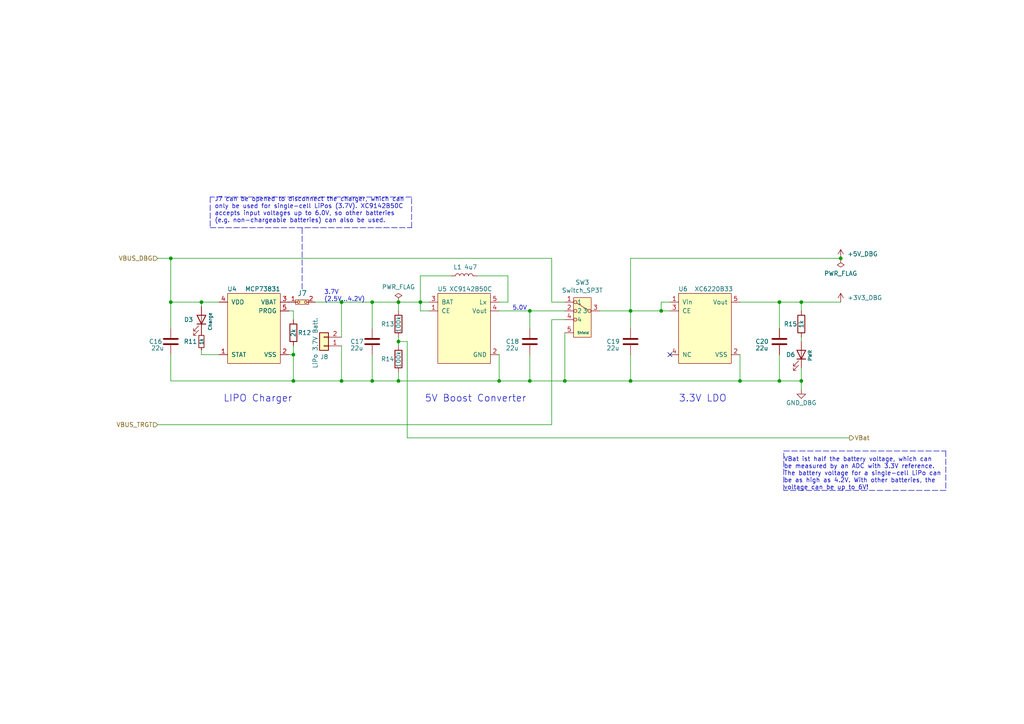
<source format=kicad_sch>
(kicad_sch (version 20231120) (generator "eeschema") (generator_version "8.0")
  (paper "A4")
  (lib_symbols
    (symbol "Connector_Generic:Conn_01x02" (pin_names (offset 1.016) hide)
      (property "Reference" "J" (at 0 2.54 0))
      (property "Value" "Conn_01x02" (at 0 -5.08 0))
      (symbol "Conn_01x02_1_1"
        (rectangle (start -1.27 -2.413) (end 0 -2.667) (stroke (width 0.1524)))
        (rectangle (start -1.27 0.127) (end 0 -0.127) (stroke (width 0.1524)))
        (rectangle (start -1.27 1.27) (end 1.27 -3.81) (stroke (width 0.254)) (fill (type background)))
        (pin passive line (at -5.08 0 0) (length 3.81) (name "Pin_1") (number "1"))
        (pin passive line (at -5.08 -2.54 0) (length 3.81) (name "Pin_2") (number "2"))
      )
    )
    (symbol "Device:C" (pin_numbers hide) (pin_names (offset 0.254))
      (property "Reference" "C" (at 0.635 2.54 0))
      (property "Value" "C" (at 0.635 -2.54 0))
      (symbol "C_0_1"
        (polyline (pts (xy -2.032 -0.762) (xy 2.032 -0.762)) (stroke (width 0.508)))
        (polyline (pts (xy -2.032 0.762) (xy 2.032 0.762)) (stroke (width 0.508)))
      )
      (symbol "C_1_1"
        (pin passive line (at 0 3.81 270) (length 2.794) (name "~") (number "1"))
        (pin passive line (at 0 -3.81 90) (length 2.794) (name "~") (number "2"))
      )
    )
    (symbol "Device:L" (pin_numbers hide) (pin_names (offset 1.016) hide)
      (property "Reference" "L" (at -1.27 0 90))
      (property "Value" "L" (at 1.905 0 90))
      (symbol "L_0_1"
        (arc (start 0 -2.54) (mid 0.6323 -1.905) (end 0 -1.27))
        (arc (start 0 -1.27) (mid 0.6323 -0.635) (end 0 0))
        (arc (start 0 0) (mid 0.6323 0.635) (end 0 1.27))
        (arc (start 0 1.27) (mid 0.6323 1.905) (end 0 2.54))
      )
      (symbol "L_1_1"
        (pin passive line (at 0 3.81 270) (length 1.27) (name "1") (number "1"))
        (pin passive line (at 0 -3.81 90) (length 1.27) (name "2") (number "2"))
      )
    )
    (symbol "Device:LED" (pin_numbers hide) (pin_names (offset 1.016) hide)
      (property "Reference" "D" (at 0 2.54 0))
      (property "Value" "LED" (at 0 -2.54 0))
      (symbol "LED_0_1"
        (polyline (pts (xy -1.27 -1.27) (xy -1.27 1.27)) (stroke (width 0.254)))
        (polyline (pts (xy -1.27 0) (xy 1.27 0)))
        (polyline (pts (xy 1.27 -1.27) (xy 1.27 1.27) (xy -1.27 0) (xy 1.27 -1.27)) (stroke (width 0.254)))
        (polyline (pts (xy -3.048 -0.762) (xy -4.572 -2.286) (xy -3.81 -2.286) (xy -4.572 -2.286) (xy -4.572 -1.524)))
        (polyline (pts (xy -1.778 -0.762) (xy -3.302 -2.286) (xy -2.54 -2.286) (xy -3.302 -2.286) (xy -3.302 -1.524)))
      )
      (symbol "LED_1_1"
        (pin passive line (at -3.81 0 0) (length 2.54) (name "K") (number "1"))
        (pin passive line (at 3.81 0 180) (length 2.54) (name "A") (number "2"))
      )
    )
    (symbol "Device:R" (pin_numbers hide) (pin_names (offset 0))
      (property "Reference" "R" (at 2.032 0 90))
      (property "Value" "R" (at 0 0 90))
      (symbol "R_0_1"
        (rectangle (start -1.016 -2.54) (end 1.016 2.54) (stroke (width 0.254)))
      )
      (symbol "R_1_1"
        (pin passive line (at 0 3.81 270) (length 1.27) (name "~") (number "1"))
        (pin passive line (at 0 -3.81 90) (length 1.27) (name "~") (number "2"))
      )
    )
    (symbol "Device:R_Small" (pin_numbers hide) (pin_names (offset 0.254) hide)
      (property "Reference" "R" (at 0.762 0.508 0))
      (property "Value" "R_Small" (at 0.762 -1.016 0))
      (symbol "R_Small_0_1"
        (rectangle (start -0.762 1.778) (end 0.762 -1.778) (stroke (width 0.2032)))
      )
      (symbol "R_Small_1_1"
        (pin passive line (at 0 2.54 270) (length 0.762) (name "~") (number "1"))
        (pin passive line (at 0 -2.54 90) (length 0.762) (name "~") (number "2"))
      )
    )
    (symbol "power:PWR_FLAG" (power) (pin_numbers hide) (pin_names (offset 0) hide)
      (property "Value" "PWR_FLAG" (at 0 3.81 0))
      (symbol "PWR_FLAG_0_0"
        (pin power_out line (at 0 0 90) (length 0) (name "~") (number "1"))
      )
      (symbol "PWR_FLAG_0_1"
        (polyline (pts (xy 0 0) (xy 0 1.27) (xy -1.016 1.905) (xy 0 2.54) (xy 1.016 1.905) (xy 0 1.27)))
      )
    )
    (symbol "rp2040-launchpad-PCB:+3V3_DBG" (power) (pin_names (offset 0))
      (property "Value" "+3V3_DBG" (at 0 3.556 0))
      (symbol "+3V3_DBG_0_1"
        (polyline (pts (xy -0.762 1.27) (xy 0 2.54)))
        (polyline (pts (xy 0 0) (xy 0 2.54)))
        (polyline (pts (xy 0 2.54) (xy 0.762 1.27)))
      )
      (symbol "+3V3_DBG_1_1"
        (pin power_in line (at 0 0 90) (length 0) hide (name "+3V3_DBG") (number "1"))
      )
    )
    (symbol "rp2040-launchpad-PCB:+5V_DBG" (power) (pin_names (offset 0))
      (property "Value" "+5V_DBG" (at 0 3.81 0))
      (symbol "+5V_DBG_0_1"
        (polyline (pts (xy -0.762 1.27) (xy 0 2.54)))
        (polyline (pts (xy 0 0) (xy 0 2.54)))
        (polyline (pts (xy 0 2.54) (xy 0.762 1.27)))
      )
      (symbol "+5V_DBG_1_1"
        (pin power_in line (at 0 0 90) (length 0) hide (name "+5V_DBG") (number "1"))
      )
    )
    (symbol "rp2040-launchpad-PCB:GND_DBG" (power) (pin_names (offset 0))
      (property "Value" "GND_DBG" (at 0 -3.81 0))
      (symbol "GND_DBG_0_1"
        (polyline (pts (xy 0 0) (xy 0 -1.27) (xy 1.27 -1.27) (xy 0 -2.54) (xy -1.27 -1.27) (xy 0 -1.27)))
      )
      (symbol "GND_DBG_1_1"
        (pin power_in line (at 0 0 270) (length 0) hide (name "GND_DBG") (number "1"))
      )
    )
    (symbol "rp2040-launchpad-PCB:Jumper" (pin_names (offset 1.016))
      (property "Reference" "J" (at -3.302 3.048 0))
      (property "Value" "Jumper" (at 2.794 3.302 0))
      (symbol "Jumper_0_1"
        (rectangle (start -1.905 0.635) (end 1.905 -0.635) (fill (type background)))
        (circle (center -1.016 0) (radius 0.3556))
        (circle (center 1.016 0) (radius 0.3556))
      )
      (symbol "Jumper_1_1"
        (pin passive line (at -3.81 0 0) (length 2.4384) (name "~") (number "1"))
        (pin passive line (at 3.81 0 180) (length 2.4384) (name "~") (number "2"))
      )
    )
    (symbol "rp2040-launchpad-PCB:MCP73831" (pin_names (offset 1.016))
      (property "Reference" "U" (at -6.35 11.43 0))
      (property "Value" "MCP73831" (at -2.54 -11.43 0))
      (symbol "MCP73831_0_1"
        (rectangle (start -7.62 -10.16) (end 7.62 10.16) (fill (type background)))
      )
      (symbol "MCP73831_1_1"
        (pin power_out line (at -10.16 -7.62 0) (length 2.54) (name "STAT") (number "1"))
        (pin power_in line (at 10.16 -7.62 180) (length 2.54) (name "VSS") (number "2"))
        (pin power_out line (at 10.16 7.62 180) (length 2.54) (name "VBAT") (number "3"))
        (pin power_in line (at -10.16 7.62 0) (length 2.54) (name "VDD") (number "4"))
        (pin passive line (at 10.16 5.08 180) (length 2.54) (name "PROG") (number "5"))
      )
    )
    (symbol "rp2040-launchpad-PCB:Switch_SP3T" (pin_names (offset 1.016))
      (property "Reference" "SW" (at -3.81 2.54 0))
      (property "Value" "Switch_SP3T" (at -2.54 -11.43 0))
      (symbol "Switch_SP3T_0_1"
        (rectangle (start 0 -10.16) (end -5.08 1.27) (fill (type background)))
      )
      (symbol "Switch_SP3T_1_1"
        (circle (center -4.572 -2.54) (radius 0.4572))
        (circle (center -0.508 -5.08) (radius 0.4572))
        (circle (center -0.508 -2.54) (radius 0.4572))
        (circle (center -0.508 0) (radius 0.4572))
        (polyline (pts (xy -4.191 -2.286) (xy -0.889 -0.254)))
        (pin passive line (at 2.54 0 180) (length 2.54) (name "1") (number "1"))
        (pin passive line (at 2.54 -2.54 180) (length 2.54) (name "2") (number "2"))
        (pin passive line (at -7.62 -2.54 0) (length 2.54) (name "3") (number "3"))
        (pin passive line (at 2.54 -5.08 180) (length 2.54) (name "4") (number "4"))
        (pin passive line (at 2.54 -8.89 180) (length 2.54) (name "Shield") (number "5"))
      )
    )
    (symbol "rp2040-launchpad-PCB:XC6220B33" (pin_names (offset 1.016))
      (property "Reference" "U" (at -6.35 11.43 0))
      (property "Value" "XC6220B33" (at -2.54 -11.43 0))
      (symbol "XC6220B33_0_1"
        (rectangle (start -7.62 -10.16) (end 7.62 10.16) (fill (type background)))
      )
      (symbol "XC6220B33_1_1"
        (pin power_in line (at -10.16 7.62 0) (length 2.54) (name "Vin") (number "1"))
        (pin power_in line (at 10.16 -7.62 180) (length 2.54) (name "VSS") (number "2"))
        (pin input line (at -10.16 5.08 0) (length 2.54) (name "CE") (number "3"))
        (pin passive line (at -10.16 -7.62 0) (length 2.54) (name "NC") (number "4"))
        (pin power_out line (at 10.16 7.62 180) (length 2.54) (name "Vout") (number "5"))
      )
    )
    (symbol "rp2040-launchpad-PCB:XC9142B50C" (pin_names (offset 1.016))
      (property "Reference" "U" (at -6.35 11.43 0))
      (property "Value" "XC9142B50C" (at -1.27 -11.43 0))
      (symbol "XC9142B50C_0_1"
        (rectangle (start -7.62 -10.16) (end 7.62 10.16) (fill (type background)))
      )
      (symbol "XC9142B50C_1_1"
        (pin input line (at -10.16 5.08 0) (length 2.54) (name "CE") (number "1"))
        (pin power_in line (at 10.16 -7.62 180) (length 2.54) (name "GND") (number "2"))
        (pin power_in line (at -10.16 7.62 0) (length 2.54) (name "BAT") (number "3"))
        (pin power_out line (at 10.16 5.08 180) (length 2.54) (name "Vout") (number "4"))
        (pin passive line (at 10.16 7.62 180) (length 2.54) (name "Lx") (number "5"))
      )
    )
  )
  (junction (at 85.09 110.49))
  (junction (at 243.84 74.93))
  (junction (at 99.06 110.49))
  (junction (at 182.88 90.17))
  (junction (at 153.67 90.17))
  (junction (at 49.53 74.93))
  (junction (at 214.63 110.49))
  (junction (at 144.78 110.49))
  (junction (at 191.77 90.17))
  (junction (at 115.57 110.49))
  (junction (at 232.41 87.63))
  (junction (at 107.95 110.49))
  (junction (at 232.41 110.49))
  (junction (at 85.09 102.87))
  (junction (at 107.95 87.63))
  (junction (at 226.06 87.63))
  (junction (at 121.92 87.63))
  (junction (at 58.42 87.63))
  (junction (at 99.06 87.63))
  (junction (at 182.88 110.49))
  (junction (at 226.06 110.49))
  (junction (at 115.57 99.06))
  (junction (at 163.83 110.49))
  (junction (at 49.53 87.63))
  (junction (at 115.57 87.63))
  (junction (at 153.67 110.49))
  (no_connect (at 194.31 102.87))
  (polyline (pts (xy 274.32 130.81) (xy 274.32 142.24)) (stroke (width 0) (type dash)))
  (polyline (pts (xy 227.33 142.24) (xy 227.33 130.81)) (stroke (width 0) (type dash)))
  (wire (pts (xy 144.78 90.17) (xy 153.67 90.17)))
  (wire (pts (xy 160.02 92.71) (xy 163.83 92.71)))
  (wire (pts (xy 124.46 87.63) (xy 121.92 87.63)))
  (wire (pts (xy 182.88 90.17) (xy 191.77 90.17)))
  (wire (pts (xy 115.57 99.06) (xy 118.11 99.06)))
  (wire (pts (xy 83.82 102.87) (xy 85.09 102.87)))
  (wire (pts (xy 194.31 87.63) (xy 191.77 87.63)))
  (polyline (pts (xy 227.33 130.81) (xy 274.32 130.81)) (stroke (width 0) (type dash)))
  (polyline (pts (xy 60.96 57.15) (xy 60.96 66.04)) (stroke (width 0) (type dash)))
  (wire (pts (xy 121.92 87.63) (xy 121.92 90.17)))
  (wire (pts (xy 121.92 87.63) (xy 121.92 80.01)))
  (wire (pts (xy 232.41 113.03) (xy 232.41 110.49)))
  (wire (pts (xy 121.92 87.63) (xy 115.57 87.63)))
  (wire (pts (xy 49.53 87.63) (xy 58.42 87.63)))
  (wire (pts (xy 115.57 87.63) (xy 115.57 90.17)))
  (wire (pts (xy 49.53 102.87) (xy 49.53 110.49)))
  (wire (pts (xy 49.53 74.93) (xy 160.02 74.93)))
  (wire (pts (xy 160.02 123.19) (xy 45.72 123.19)))
  (wire (pts (xy 153.67 90.17) (xy 153.67 95.25)))
  (wire (pts (xy 163.83 96.52) (xy 163.83 110.49)))
  (wire (pts (xy 144.78 102.87) (xy 144.78 110.49)))
  (wire (pts (xy 85.09 110.49) (xy 85.09 102.87)))
  (wire (pts (xy 232.41 87.63) (xy 243.84 87.63)))
  (wire (pts (xy 45.72 74.93) (xy 49.53 74.93)))
  (wire (pts (xy 226.06 110.49) (xy 226.06 102.87)))
  (wire (pts (xy 194.31 90.17) (xy 191.77 90.17)))
  (polyline (pts (xy 60.96 66.04) (xy 119.38 66.04)) (stroke (width 0) (type dash)))
  (wire (pts (xy 99.06 100.33) (xy 99.06 110.49)))
  (wire (pts (xy 107.95 110.49) (xy 115.57 110.49)))
  (wire (pts (xy 49.53 110.49) (xy 85.09 110.49)))
  (wire (pts (xy 58.42 88.9) (xy 58.42 87.63)))
  (wire (pts (xy 153.67 110.49) (xy 163.83 110.49)))
  (wire (pts (xy 144.78 87.63) (xy 147.32 87.63)))
  (polyline (pts (xy 119.38 57.15) (xy 60.96 57.15)) (stroke (width 0) (type dash)))
  (wire (pts (xy 115.57 97.79) (xy 115.57 99.06)))
  (wire (pts (xy 58.42 87.63) (xy 63.5 87.63)))
  (wire (pts (xy 115.57 110.49) (xy 144.78 110.49)))
  (wire (pts (xy 138.43 80.01) (xy 147.32 80.01)))
  (wire (pts (xy 121.92 80.01) (xy 130.81 80.01)))
  (wire (pts (xy 182.88 74.93) (xy 243.84 74.93)))
  (wire (pts (xy 118.11 127) (xy 246.38 127)))
  (wire (pts (xy 173.99 90.17) (xy 182.88 90.17)))
  (wire (pts (xy 49.53 95.25) (xy 49.53 87.63)))
  (wire (pts (xy 124.46 90.17) (xy 121.92 90.17)))
  (wire (pts (xy 182.88 74.93) (xy 182.88 90.17)))
  (wire (pts (xy 232.41 87.63) (xy 232.41 90.17)))
  (wire (pts (xy 182.88 110.49) (xy 182.88 102.87)))
  (wire (pts (xy 226.06 87.63) (xy 226.06 95.25)))
  (polyline (pts (xy 87.63 83.82) (xy 87.63 66.04)) (stroke (width 0) (type dash)))
  (wire (pts (xy 191.77 90.17) (xy 191.77 87.63)))
  (polyline (pts (xy 274.32 142.24) (xy 227.33 142.24)) (stroke (width 0) (type dash)))
  (wire (pts (xy 163.83 87.63) (xy 160.02 87.63)))
  (polyline (pts (xy 119.38 66.04) (xy 119.38 57.15)) (stroke (width 0) (type dash)))
  (wire (pts (xy 115.57 107.95) (xy 115.57 110.49)))
  (wire (pts (xy 147.32 87.63) (xy 147.32 80.01)))
  (wire (pts (xy 153.67 90.17) (xy 163.83 90.17)))
  (wire (pts (xy 83.82 90.17) (xy 85.09 90.17)))
  (wire (pts (xy 182.88 110.49) (xy 214.63 110.49)))
  (wire (pts (xy 118.11 99.06) (xy 118.11 127)))
  (wire (pts (xy 163.83 110.49) (xy 182.88 110.49)))
  (wire (pts (xy 214.63 110.49) (xy 214.63 102.87)))
  (wire (pts (xy 107.95 102.87) (xy 107.95 110.49)))
  (wire (pts (xy 160.02 123.19) (xy 160.02 92.71)))
  (wire (pts (xy 85.09 92.71) (xy 85.09 90.17)))
  (wire (pts (xy 99.06 87.63) (xy 99.06 97.79)))
  (wire (pts (xy 160.02 87.63) (xy 160.02 74.93)))
  (wire (pts (xy 107.95 87.63) (xy 115.57 87.63)))
  (wire (pts (xy 214.63 110.49) (xy 226.06 110.49)))
  (wire (pts (xy 91.44 87.63) (xy 99.06 87.63)))
  (wire (pts (xy 85.09 100.33) (xy 85.09 102.87)))
  (wire (pts (xy 58.42 102.87) (xy 58.42 101.6)))
  (wire (pts (xy 153.67 110.49) (xy 153.67 102.87)))
  (wire (pts (xy 49.53 74.93) (xy 49.53 87.63)))
  (wire (pts (xy 107.95 87.63) (xy 107.95 95.25)))
  (wire (pts (xy 115.57 99.06) (xy 115.57 100.33)))
  (wire (pts (xy 226.06 87.63) (xy 232.41 87.63)))
  (wire (pts (xy 144.78 110.49) (xy 153.67 110.49)))
  (wire (pts (xy 232.41 106.68) (xy 232.41 110.49)))
  (wire (pts (xy 182.88 90.17) (xy 182.88 95.25)))
  (wire (pts (xy 99.06 110.49) (xy 85.09 110.49)))
  (wire (pts (xy 58.42 102.87) (xy 63.5 102.87)))
  (wire (pts (xy 232.41 99.06) (xy 232.41 97.79)))
  (wire (pts (xy 107.95 110.49) (xy 99.06 110.49)))
  (wire (pts (xy 232.41 110.49) (xy 226.06 110.49)))
  (wire (pts (xy 214.63 87.63) (xy 226.06 87.63)))
  (wire (pts (xy 107.95 87.63) (xy 99.06 87.63)))
  (text "3.7V\n(2.5V...4.2V)" (at 93.98 87.63 0) (effects (font (size 1.27 1.27)) (justify left bottom)))
  (text "3.3V LDO" (at 196.85 116.84 0) (effects (font (size 2.0066 2.0066)) (justify left bottom)))
  (text "5V Boost Converter\n" (at 123.19 116.84 0) (effects (font (size 2.0066 2.0066)) (justify left bottom)))
  (text "VBat ist half the battery voltage, which can\nbe measured by an ADC with 3.3V reference.\nThe battery voltage for a single-cell LiPo can\nbe as high as 4.2V. With other batteries, the\nvoltage can be up to 6V!" (at 227.33 142.24 0) (effects (font (size 1.27 1.27)) (justify left bottom)))
  (text "LIPO Charger" (at 64.77 116.84 0) (effects (font (size 2.0066 2.0066)) (justify left bottom)))
  (text "J7 can be opened to disconnect the charger, which can\nonly be used for single-cell LiPos (3.7V). XC9142B50C\naccepts input voltages up to 6.0V, so other batteries\n(e.g. non-chargeable batteries) can also be used." (at 62.23 64.77 0) (effects (font (size 1.27 1.27)) (justify left bottom)))
  (text "5.0V" (at 148.59 90.17 0) (effects (font (size 1.27 1.27)) (justify left bottom)))
  (hierarchical_label "VBUS_TRGT" (shape input) (at 45.72 123.19 180))
  (hierarchical_label "VBat" (shape output) (at 246.38 127 0))
  (hierarchical_label "VBUS_DBG" (shape input) (at 45.72 74.93 180))
  (symbol (lib_id "rp2040-launchpad-PCB:+5V_DBG") (at 243.84 74.93 0) (unit 1)
    (property "Reference" "#PWR045" (effects (hide yes)))
    (property "Value" "+5V_DBG" (at 250.19 73.66 0))
    (property "Description" "Power symbol creates a global label with name \"+5V\"" (effects (hide yes)))
  )
  (symbol (lib_id "rp2040-launchpad-PCB:+3V3_DBG") (at 243.84 87.63 0) (unit 1)
    (property "Reference" "#PWR046" (effects (hide yes)))
    (property "Value" "+3V3_DBG" (at 250.825 86.36 0))
    (property "Description" "Power symbol creates a global label with name \"+3V3\"" (effects (hide yes)))
  )
  (symbol (lib_id "power:PWR_FLAG") (at 115.57 87.63 0) (unit 1)
    (property "Reference" "#FLG01" (effects (hide yes)))
    (property "Value" "PWR_FLAG" (at 115.57 83.2358 0))
    (property "Description" "Special symbol for telling ERC where power comes from" (effects (hide yes)))
  )
  (symbol (lib_id "rp2040-launchpad-PCB:XC9142B50C") (at 134.62 95.25 0) (unit 1)
    (property "Reference" "U5" (at 128.27 83.82 0))
    (property "Value" "XC9142B50C" (at 136.525 83.82 0))
    (property "Footprint" "Package_TO_SOT_SMD:SOT-23-5" (effects (hide yes)))
    (property "Datasheet" "https://www.digikey.de/de/products/detail/torex-semiconductor-ltd/XC9142A50CMR-G/10158636" (effects (hide yes)))
  )
  (symbol (lib_id "rp2040-launchpad-PCB:XC6220B33") (at 204.47 95.25 0) (unit 1)
    (property "Reference" "U6" (at 198.12 83.82 0))
    (property "Value" "XC6220B33" (at 207.01 83.82 0))
    (property "Footprint" "Package_TO_SOT_SMD:SOT-23-5" (effects (hide yes)))
    (property "Datasheet" "https://www.digikey.de/de/products/detail/torex-semiconductor-ltd/XC6220B331MR-G/2138177" (effects (hide yes)))
  )
  (symbol (lib_id "Connector_Generic:Conn_01x02") (at 93.98 100.33 180) (unit 1)
    (property "Reference" "J8" (at 95.25 103.505 0) (effects (justify left)))
    (property "Value" "LiPo 3,7V Batt." (at 91.44 92.075 90) (effects (justify left)))
    (property "Footprint" "rp2040-launchpad-PCB:JST-S2B-PH-KL" (effects (hide yes)))
    (property "Datasheet" "wird nicht bestückt" (effects (hide yes)))
  )
  (symbol (lib_id "Device:L") (at 134.62 80.01 90) (unit 1)
    (property "Reference" "L1" (at 132.715 77.47 90))
    (property "Value" "4u7" (at 136.525 77.47 90))
    (property "Footprint" "Inductor_SMD:L_1008_2520Metric" (effects (hide yes)))
    (property "Datasheet" "https://www.digikey.de/de/products/detail/bourns-inc/CVH252009-4R7M/3440074?s=N4IgjCBcoEwAwA4DsVQGMoDMCGAbAzgKYA0IA9lANogAsAdEgAQCtAEiALqkAOALlCACqAOwCWvAPKYAsoWz4ArgCdCIAL5rSMKiADCANVYwArPDgBOTmqA" (effects (hide yes)))
    (property "MANUFACTURER" "BOURNS" (effects (hide yes)))
  )
  (symbol (lib_id "Device:R_Small") (at 58.42 99.06 0) (unit 1)
    (property "Reference" "R11" (at 55.245 99.06 0))
    (property "Value" "1k" (at 58.42 99.06 90) (effects (font (size 1.016 1.016))))
    (property "Footprint" "Resistor_SMD:R_0603_1608Metric" (effects (hide yes)))
    (property "Datasheet" "https://www.digikey.de/de/products/detail/yageo/AC0603JR-101KL/14286501" (effects (hide yes)))
    (property "STANDARD" "unkritisch" (effects (hide yes)))
  )
  (symbol (lib_id "rp2040-launchpad-PCB:GND_DBG") (at 232.41 113.03 0) (unit 1)
    (property "Reference" "#PWR044" (effects (hide yes)))
    (property "Value" "GND_DBG" (at 232.41 116.84 0))
    (property "Description" "Power symbol creates a global label with name \"GND\" , ground" (effects (hide yes)))
  )
  (symbol (lib_id "Device:R") (at 115.57 93.98 0) (unit 1)
    (property "Reference" "R13" (at 110.49 93.98 0) (effects (justify left)))
    (property "Value" "100k" (at 115.57 96.52 90) (effects (justify left)))
    (property "Footprint" "Resistor_SMD:R_0603_1608Metric" (effects (hide yes)))
    (property "Datasheet" "https://www.digikey.de/de/products/detail/yageo/AF0603FR-07100KL/5900861" (effects (hide yes)))
    (property "STANDARD" "unkritisch" (effects (hide yes)))
  )
  (symbol (lib_id "Device:R") (at 115.57 104.14 0) (unit 1)
    (property "Reference" "R14" (at 110.49 104.14 0) (effects (justify left)))
    (property "Value" "100k" (at 115.57 106.68 90) (effects (justify left)))
    (property "Footprint" "Resistor_SMD:R_0603_1608Metric" (effects (hide yes)))
    (property "Datasheet" "https://www.digikey.de/de/products/detail/yageo/AF0603FR-07100KL/5900861" (effects (hide yes)))
    (property "STANDARD" "unkritisch" (effects (hide yes)))
  )
  (symbol (lib_id "rp2040-launchpad-PCB:MCP73831") (at 73.66 95.25 0) (unit 1)
    (property "Reference" "U4" (at 67.31 83.82 0))
    (property "Value" "MCP73831" (at 76.2 83.82 0))
    (property "Footprint" "Package_TO_SOT_SMD:SOT-23-5" (effects (hide yes)))
    (property "Datasheet" "https://www.digikey.de/de/products/detail/microchip-technology/MCP73831T-2ACI-OT/964301" (effects (hide yes)))
  )
  (symbol (lib_id "Device:LED") (at 58.42 92.71 270) (mirror x) (unit 1)
    (property "Reference" "D3" (at 53.34 92.71 90) (effects (justify left)))
    (property "Value" "Charge" (at 60.96 95.885 0) (effects (font (size 0.9906 0.9906)) (justify left)))
    (property "Footprint" "LED_SMD:LED_0603_1608Metric" (effects (hide yes)))
    (property "Datasheet" "https://www.digikey.de/de/products/detail/harvatek-corporation/B1911UD-20D001014U1930/15519993" (effects (hide yes)))
    (property "STANDARD" "unkritisch" (effects (hide yes)))
  )
  (symbol (lib_id "Device:C") (at 49.53 99.06 180) (unit 1)
    (property "Reference" "C16" (at 43.18 99.06 0) (effects (justify right)))
    (property "Value" "22u" (at 43.815 100.965 0) (effects (justify right)))
    (property "Footprint" "Capacitor_SMD:C_0805_2012Metric" (effects (hide yes)))
    (property "Datasheet" "https://www.digikey.de/de/products/detail/kemet/C0805C226M8PAC7210/12701023" (effects (hide yes)))
    (property "MANUFACTURER" "z.B. Kemet" (effects (hide yes)))
  )
  (symbol (lib_id "Device:C") (at 107.95 99.06 180) (unit 1)
    (property "Reference" "C17" (at 101.6 99.06 0) (effects (justify right)))
    (property "Value" "22u" (at 101.6 100.965 0) (effects (justify right)))
    (property "Footprint" "Capacitor_SMD:C_0805_2012Metric" (effects (hide yes)))
    (property "Datasheet" "https://www.digikey.de/de/products/detail/kemet/C0805C226M8PAC7210/12701023" (effects (hide yes)))
    (property "MANUFACTURER" "z.B. Kemet" (effects (hide yes)))
  )
  (symbol (lib_id "Device:R") (at 85.09 96.52 0) (unit 1)
    (property "Reference" "R12" (at 86.36 96.52 0) (effects (justify left)))
    (property "Value" "2k" (at 85.09 97.79 90) (effects (justify left)))
    (property "Footprint" "Resistor_SMD:R_0603_1608Metric" (effects (hide yes)))
    (property "Datasheet" "https://www.digikey.de/de/products/detail/panasonic-electronic-components/ERJ-3EKF2001V/196183" (effects (hide yes)))
    (property "STANDARD" "1% Toleranz" (effects (hide yes)))
  )
  (symbol (lib_id "Device:C") (at 153.67 99.06 180) (unit 1)
    (property "Reference" "C18" (at 146.685 99.06 0) (effects (justify right)))
    (property "Value" "22u" (at 146.685 100.965 0) (effects (justify right)))
    (property "Footprint" "Capacitor_SMD:C_0805_2012Metric" (effects (hide yes)))
    (property "Datasheet" "https://www.digikey.de/de/products/detail/kemet/C0805C226M8PAC7210/12701023" (effects (hide yes)))
    (property "MANUFACTURER" "z.B. Kemet" (effects (hide yes)))
  )
  (symbol (lib_id "Device:C") (at 182.88 99.06 180) (unit 1)
    (property "Reference" "C19" (at 175.895 99.06 0) (effects (justify right)))
    (property "Value" "22u" (at 175.895 100.965 0) (effects (justify right)))
    (property "Footprint" "Capacitor_SMD:C_0805_2012Metric" (effects (hide yes)))
    (property "Datasheet" "https://www.digikey.de/de/products/detail/kemet/C0805C226M8PAC7210/12701023" (effects (hide yes)))
    (property "MANUFACTURER" "z.B. Kemet" (effects (hide yes)))
  )
  (symbol (lib_id "Device:C") (at 226.06 99.06 180) (unit 1)
    (property "Reference" "C20" (at 219.075 99.06 0) (effects (justify right)))
    (property "Value" "22u" (at 219.075 100.965 0) (effects (justify right)))
    (property "Footprint" "Capacitor_SMD:C_0805_2012Metric" (effects (hide yes)))
    (property "Datasheet" "https://www.digikey.de/de/products/detail/kemet/C0805C226M8PAC7210/12701023" (effects (hide yes)))
    (property "MANUFACTURER" "z.B. Kemet" (effects (hide yes)))
  )
  (symbol (lib_id "Device:LED") (at 232.41 102.87 270) (mirror x) (unit 1)
    (property "Reference" "D6" (at 227.965 102.87 90) (effects (justify left)))
    (property "Value" "PWR" (at 234.95 104.775 0) (effects (font (size 0.9906 0.9906)) (justify left)))
    (property "Footprint" "LED_SMD:LED_0603_1608Metric" (effects (hide yes)))
    (property "Datasheet" "https://www.digikey.de/de/products/detail/harvatek-corporation/B1911UD-20D001014U1930/15519993" (effects (hide yes)))
    (property "STANDARD" "unkritisch" (effects (hide yes)))
  )
  (symbol (lib_id "Device:R") (at 232.41 93.98 0) (unit 1)
    (property "Reference" "R15" (at 227.33 93.98 0) (effects (justify left)))
    (property "Value" "1k" (at 232.41 95.25 90) (effects (justify left)))
    (property "Footprint" "Resistor_SMD:R_0603_1608Metric" (effects (hide yes)))
    (property "Datasheet" "https://www.digikey.de/de/products/detail/yageo/AC0603JR-101KL/14286501" (effects (hide yes)))
    (property "STANDARD" "unkritisch" (effects (hide yes)))
  )
  (symbol (lib_id "rp2040-launchpad-PCB:Jumper") (at 87.63 87.63 0) (unit 1)
    (property "Reference" "J7" (at 87.63 85.09 0) (effects (font (size 1.524 1.524))))
    (property "Value" "Jumper" (effects (hide yes)))
    (property "Footprint" "Jumper:SolderJumper-2_P1.3mm_Bridged_RoundedPad1.0x1.5mm" (effects (hide yes)))
    (property "Datasheet" "wird nicht bestückt" (effects (hide yes)))
  )
  (symbol (lib_id "power:PWR_FLAG") (at 243.84 74.93 180) (unit 1)
    (property "Reference" "#FLG0103" (effects (hide yes)))
    (property "Value" "PWR_FLAG" (at 243.84 79.3242 0))
    (property "Description" "Special symbol for telling ERC where power comes from" (effects (hide yes)))
  )
  (symbol (lib_id "rp2040-launchpad-PCB:Switch_SP3T") (at 166.37 87.63 0) (mirror y) (unit 1)
    (property "Reference" "SW3" (at 168.91 81.915 0))
    (property "Value" "Switch_SP3T" (at 168.91 84.2264 0))
    (property "Footprint" "rp2040-launchpad-PCB:PCM13SMTR" (effects (hide yes)))
  )
)
</source>
